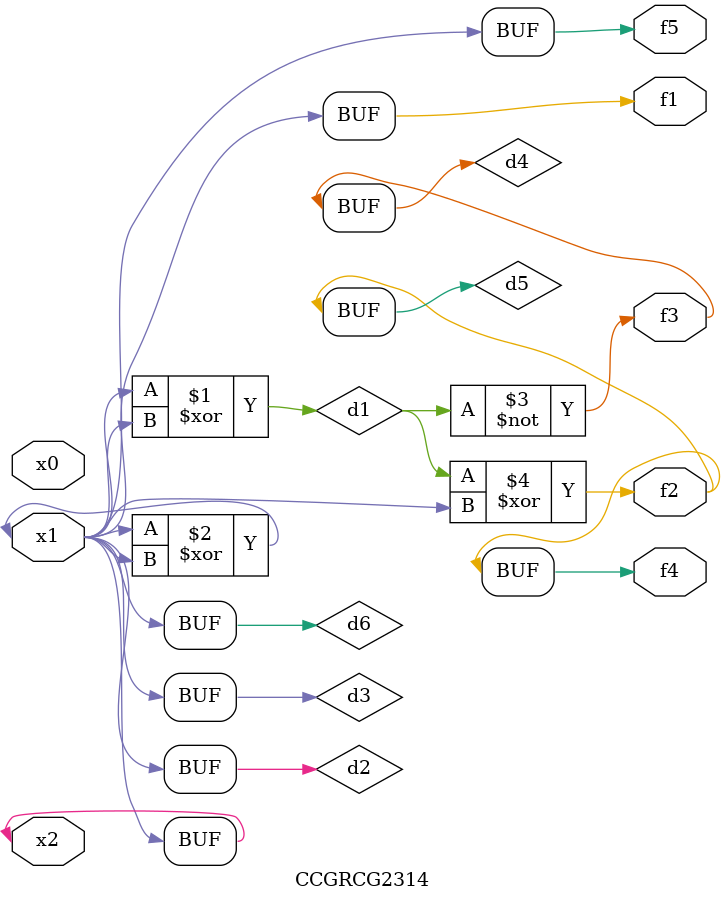
<source format=v>
module CCGRCG2314(
	input x0, x1, x2,
	output f1, f2, f3, f4, f5
);

	wire d1, d2, d3, d4, d5, d6;

	xor (d1, x1, x2);
	buf (d2, x1, x2);
	xor (d3, x1, x2);
	nor (d4, d1);
	xor (d5, d1, d2);
	buf (d6, d2, d3);
	assign f1 = d6;
	assign f2 = d5;
	assign f3 = d4;
	assign f4 = d5;
	assign f5 = d6;
endmodule

</source>
